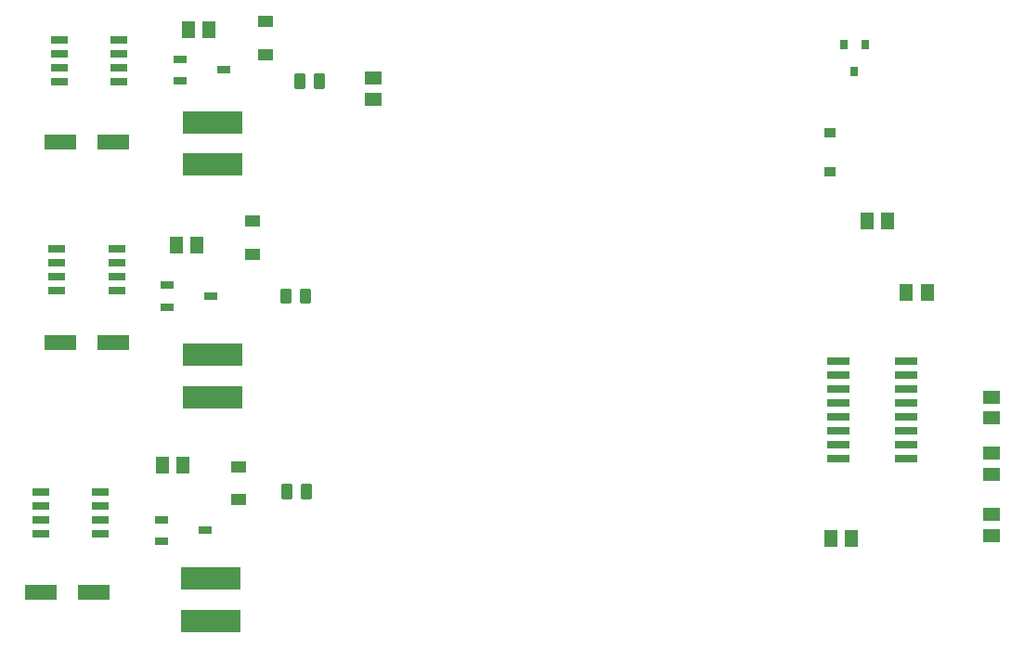
<source format=gbr>
G04 EAGLE Gerber RS-274X export*
G75*
%MOMM*%
%FSLAX34Y34*%
%LPD*%
%INSolderpaste Top*%
%IPPOS*%
%AMOC8*
5,1,8,0,0,1.08239X$1,22.5*%
G01*
%ADD10R,2.032000X0.660400*%
%ADD11R,1.300000X1.500000*%
%ADD12R,1.500000X1.300000*%
%ADD13R,1.550000X0.700000*%
%ADD14R,1.370000X1.120000*%
%ADD15R,1.270000X0.635000*%
%ADD16C,0.254000*%
%ADD17R,3.000000X1.400000*%
%ADD18R,1.130000X0.920000*%
%ADD19R,0.650000X0.950000*%
%ADD20R,5.500000X2.150000*%


D10*
X843734Y249550D03*
X782266Y249550D03*
X843734Y262250D03*
X843734Y274950D03*
X782266Y262250D03*
X782266Y274950D03*
X843734Y287650D03*
X782266Y287650D03*
X843734Y300350D03*
X782266Y300350D03*
X843734Y313050D03*
X843734Y325750D03*
X782266Y313050D03*
X782266Y325750D03*
X843734Y338450D03*
X782266Y338450D03*
D11*
X863500Y401000D03*
X844500Y401000D03*
D12*
X922000Y254500D03*
X922000Y235500D03*
X922000Y305500D03*
X922000Y286500D03*
D11*
X775500Y177000D03*
X794500Y177000D03*
D12*
X922000Y198500D03*
X922000Y179500D03*
X358000Y596500D03*
X358000Y577500D03*
D13*
X126250Y592950D03*
X126250Y605650D03*
X126250Y618350D03*
X126250Y631050D03*
X71750Y631050D03*
X71750Y618350D03*
X71750Y605650D03*
X71750Y592950D03*
D14*
X260000Y618000D03*
X260000Y648000D03*
D15*
X222000Y604000D03*
X182000Y614000D03*
X182000Y594000D03*
D16*
X305080Y599715D02*
X312700Y599715D01*
X312700Y588285D01*
X305080Y588285D01*
X305080Y599715D01*
X305080Y590698D02*
X312700Y590698D01*
X312700Y593111D02*
X305080Y593111D01*
X305080Y595524D02*
X312700Y595524D01*
X312700Y597937D02*
X305080Y597937D01*
X294920Y599715D02*
X287300Y599715D01*
X294920Y599715D02*
X294920Y588285D01*
X287300Y588285D01*
X287300Y599715D01*
X287300Y590698D02*
X294920Y590698D01*
X294920Y593111D02*
X287300Y593111D01*
X287300Y595524D02*
X294920Y595524D01*
X294920Y597937D02*
X287300Y597937D01*
D13*
X124250Y402950D03*
X124250Y415650D03*
X124250Y428350D03*
X124250Y441050D03*
X69750Y441050D03*
X69750Y428350D03*
X69750Y415650D03*
X69750Y402950D03*
D14*
X248000Y436000D03*
X248000Y466000D03*
D15*
X210000Y398000D03*
X170000Y408000D03*
X170000Y388000D03*
D16*
X292080Y403715D02*
X299700Y403715D01*
X299700Y392285D01*
X292080Y392285D01*
X292080Y403715D01*
X292080Y394698D02*
X299700Y394698D01*
X299700Y397111D02*
X292080Y397111D01*
X292080Y399524D02*
X299700Y399524D01*
X299700Y401937D02*
X292080Y401937D01*
X281920Y403715D02*
X274300Y403715D01*
X281920Y403715D02*
X281920Y392285D01*
X274300Y392285D01*
X274300Y403715D01*
X274300Y394698D02*
X281920Y394698D01*
X281920Y397111D02*
X274300Y397111D01*
X274300Y399524D02*
X281920Y399524D01*
X281920Y401937D02*
X274300Y401937D01*
D13*
X109250Y180950D03*
X109250Y193650D03*
X109250Y206350D03*
X109250Y219050D03*
X54750Y219050D03*
X54750Y206350D03*
X54750Y193650D03*
X54750Y180950D03*
D14*
X235000Y212000D03*
X235000Y242000D03*
D15*
X205000Y184000D03*
X165000Y194000D03*
X165000Y174000D03*
D16*
X293080Y225715D02*
X300700Y225715D01*
X300700Y214285D01*
X293080Y214285D01*
X293080Y225715D01*
X293080Y216698D02*
X300700Y216698D01*
X300700Y219111D02*
X293080Y219111D01*
X293080Y221524D02*
X300700Y221524D01*
X300700Y223937D02*
X293080Y223937D01*
X282920Y225715D02*
X275300Y225715D01*
X282920Y225715D02*
X282920Y214285D01*
X275300Y214285D01*
X275300Y225715D01*
X275300Y216698D02*
X282920Y216698D01*
X282920Y219111D02*
X275300Y219111D01*
X275300Y221524D02*
X282920Y221524D01*
X282920Y223937D02*
X275300Y223937D01*
D17*
X73000Y538000D03*
X121000Y538000D03*
X73000Y355000D03*
X121000Y355000D03*
X55000Y128000D03*
X103000Y128000D03*
D11*
X208500Y641000D03*
X189500Y641000D03*
X197500Y444000D03*
X178500Y444000D03*
X184500Y244000D03*
X165500Y244000D03*
D18*
X775000Y546500D03*
X775000Y511500D03*
D19*
X787500Y627500D03*
X806500Y627500D03*
X797000Y602500D03*
D11*
X808500Y466000D03*
X827500Y466000D03*
D20*
X212000Y556311D03*
X212000Y517689D03*
X212000Y305689D03*
X212000Y344311D03*
X210000Y101689D03*
X210000Y140311D03*
M02*

</source>
